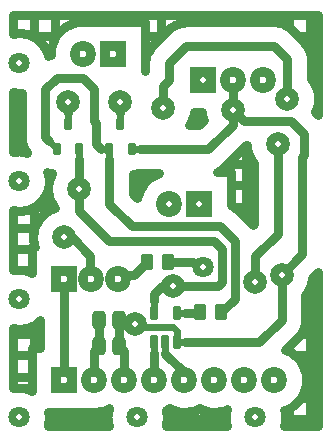
<source format=gbr>
G04 DipTrace 4.0.0.5*
G04 1 - Âåðõíèé.gbr*
%MOMM*%
G04 #@! TF.FileFunction,Copper,L1,Top*
G04 #@! TF.Part,Single*
%AMOUTLINE0*
4,1,28,
-0.155,0.505,
0.155,0.505,
0.19382,0.49989,
0.23,0.4849,
0.26107,0.46107,
0.2849,0.43,
0.29989,0.39382,
0.305,0.355,
0.305,-0.355,
0.29989,-0.39382,
0.2849,-0.43,
0.26107,-0.46107,
0.23,-0.4849,
0.19382,-0.49989,
0.155,-0.505,
-0.155,-0.505,
-0.19382,-0.49989,
-0.23,-0.4849,
-0.26107,-0.46107,
-0.2849,-0.43,
-0.29989,-0.39382,
-0.305,-0.355,
-0.305,0.355,
-0.29989,0.39382,
-0.2849,0.43,
-0.26107,0.46107,
-0.23,0.4849,
-0.19382,0.49989,
-0.155,0.505,
0*%
%AMOUTLINE3*
4,1,28,
0.155,-0.505,
-0.155,-0.505,
-0.19382,-0.49989,
-0.23,-0.4849,
-0.26107,-0.46107,
-0.2849,-0.43,
-0.29989,-0.39382,
-0.305,-0.355,
-0.305,0.355,
-0.29989,0.39382,
-0.2849,0.43,
-0.26107,0.46107,
-0.23,0.4849,
-0.19382,0.49989,
-0.155,0.505,
0.155,0.505,
0.19382,0.49989,
0.23,0.4849,
0.26107,0.46107,
0.2849,0.43,
0.29989,0.39382,
0.305,0.355,
0.305,-0.355,
0.29989,-0.39382,
0.2849,-0.43,
0.26107,-0.46107,
0.23,-0.4849,
0.19382,-0.49989,
0.155,-0.505,
0*%
%AMOUTLINE12*
4,1,28,
-0.24,0.71,
0.24,0.71,
0.3047,0.70148,
0.365,0.67651,
0.41678,0.63678,
0.45651,0.585,
0.48148,0.5247,
0.49,0.46,
0.49,-0.46,
0.48148,-0.5247,
0.45651,-0.585,
0.41678,-0.63678,
0.365,-0.67651,
0.3047,-0.70148,
0.24,-0.71,
-0.24,-0.71,
-0.3047,-0.70148,
-0.365,-0.67651,
-0.41678,-0.63678,
-0.45651,-0.585,
-0.48148,-0.5247,
-0.49,-0.46,
-0.49,0.46,
-0.48148,0.5247,
-0.45651,0.585,
-0.41678,0.63678,
-0.365,0.67651,
-0.3047,0.70148,
-0.24,0.71,
0*%
%AMOUTLINE15*
4,1,28,
0.24,-0.71,
-0.24,-0.71,
-0.3047,-0.70148,
-0.365,-0.67651,
-0.41678,-0.63678,
-0.45651,-0.585,
-0.48148,-0.5247,
-0.49,-0.46,
-0.49,0.46,
-0.48148,0.5247,
-0.45651,0.585,
-0.41678,0.63678,
-0.365,0.67651,
-0.3047,0.70148,
-0.24,0.71,
0.24,0.71,
0.3047,0.70148,
0.365,0.67651,
0.41678,0.63678,
0.45651,0.585,
0.48148,0.5247,
0.49,0.46,
0.49,-0.46,
0.48148,-0.5247,
0.45651,-0.585,
0.41678,-0.63678,
0.365,-0.67651,
0.3047,-0.70148,
0.24,-0.71,
0*%
%AMOUTLINE18*
4,1,28,
-0.155,0.58,
0.155,0.58,
0.19382,0.57489,
0.23,0.5599,
0.26107,0.53607,
0.2849,0.505,
0.29989,0.46882,
0.305,0.43,
0.305,-0.43,
0.29989,-0.46882,
0.2849,-0.505,
0.26107,-0.53607,
0.23,-0.5599,
0.19382,-0.57489,
0.155,-0.58,
-0.155,-0.58,
-0.19382,-0.57489,
-0.23,-0.5599,
-0.26107,-0.53607,
-0.2849,-0.505,
-0.29989,-0.46882,
-0.305,-0.43,
-0.305,0.43,
-0.29989,0.46882,
-0.2849,0.505,
-0.26107,0.53607,
-0.23,0.5599,
-0.19382,0.57489,
-0.155,0.58,
0*%
%AMOUTLINE21*
4,1,28,
0.155,-0.58,
-0.155,-0.58,
-0.19382,-0.57489,
-0.23,-0.5599,
-0.26107,-0.53607,
-0.2849,-0.505,
-0.29989,-0.46882,
-0.305,-0.43,
-0.305,0.43,
-0.29989,0.46882,
-0.2849,0.505,
-0.26107,0.53607,
-0.23,0.5599,
-0.19382,0.57489,
-0.155,0.58,
0.155,0.58,
0.19382,0.57489,
0.23,0.5599,
0.26107,0.53607,
0.2849,0.505,
0.29989,0.46882,
0.305,0.43,
0.305,-0.43,
0.29989,-0.46882,
0.2849,-0.505,
0.26107,-0.53607,
0.23,-0.5599,
0.19382,-0.57489,
0.155,-0.58,
0*%
%AMOUTLINE24*
4,1,28,
0.305,-0.735,
-0.305,-0.735,
-0.3697,-0.72648,
-0.43,-0.70151,
-0.48178,-0.66178,
-0.52151,-0.61,
-0.54648,-0.5497,
-0.555,-0.485,
-0.555,0.485,
-0.54648,0.5497,
-0.52151,0.61,
-0.48178,0.66178,
-0.43,0.70151,
-0.3697,0.72648,
-0.305,0.735,
0.305,0.735,
0.3697,0.72648,
0.43,0.70151,
0.48178,0.66178,
0.52151,0.61,
0.54648,0.5497,
0.555,0.485,
0.555,-0.485,
0.54648,-0.5497,
0.52151,-0.61,
0.48178,-0.66178,
0.43,-0.70151,
0.3697,-0.72648,
0.305,-0.735,
0*%
%AMOUTLINE27*
4,1,28,
-0.305,0.735,
0.305,0.735,
0.3697,0.72648,
0.43,0.70151,
0.48178,0.66178,
0.52151,0.61,
0.54648,0.5497,
0.555,0.485,
0.555,-0.485,
0.54648,-0.5497,
0.52151,-0.61,
0.48178,-0.66178,
0.43,-0.70151,
0.3697,-0.72648,
0.305,-0.735,
-0.305,-0.735,
-0.3697,-0.72648,
-0.43,-0.70151,
-0.48178,-0.66178,
-0.52151,-0.61,
-0.54648,-0.5497,
-0.555,-0.485,
-0.555,0.485,
-0.54648,0.5497,
-0.52151,0.61,
-0.48178,0.66178,
-0.43,0.70151,
-0.3697,0.72648,
-0.305,0.735,
0*%
%ADD15C,0.6*%
%ADD19C,0.48567*%
%ADD21C,0.5*%
G04 #@! TA.AperFunction,CopperBalancing*
%ADD13C,0.8*%
G04 #@! TA.AperFunction,Conductor*
%ADD14C,0.61*%
G04 #@! TA.AperFunction,ComponentPad*
%ADD16C,2.2*%
%ADD17R,2.2X2.2*%
G04 #@! TA.AperFunction,ViaPad*
%ADD18C,2.0*%
%ADD20C,1.8*%
%ADD31OUTLINE0*%
%ADD34OUTLINE3*%
%ADD43OUTLINE12*%
%ADD46OUTLINE15*%
%ADD49OUTLINE18*%
%ADD52OUTLINE21*%
%ADD55OUTLINE24*%
%ADD58OUTLINE27*%
%FSLAX35Y35*%
G04*
G71*
G90*
G75*
G01*
G04 Top*
%LPD*%
X2635000Y1317500D2*
D13*
Y1561250D1*
X2677000Y1603250D1*
Y1825500D2*
Y1603250D1*
X3264250Y2317627D2*
X3476373D1*
X3524000Y2270000D1*
X3555750D1*
X3222373Y3619373D2*
Y3809873D1*
X3270000Y3857500D1*
Y4000377D1*
X3412873Y4143250D1*
X4159000D1*
X4270123Y4032127D1*
Y3698750D1*
X3143250Y1885000D2*
D14*
Y1983000D1*
D13*
Y2048000D1*
X3206500Y2111250D1*
X3301750D1*
X3682750D1*
X3714500Y2143000D1*
Y2428750D1*
X3651000Y2492250D1*
X2762000D1*
X2507750Y2746500D1*
Y2936750D1*
Y3185250D1*
D14*
Y3275750D1*
X2508000Y2936750D2*
D13*
X2507750D1*
X3143000Y1317500D2*
Y1540750D1*
X3143250Y1541000D1*
D14*
Y1639000D1*
X2889000Y1317500D2*
D13*
Y1561250D1*
X2847000Y1603250D1*
Y1825500D2*
Y1603250D1*
X3333250Y1639000D2*
D15*
Y1730500D1*
X3301750Y1762000D1*
X3016000D1*
X2952500Y1825500D1*
X2847000D1*
X2984250Y1793750D2*
D13*
X2952500Y1825500D1*
X2847000D1*
X4222500Y2206500D2*
Y1825500D1*
X4032000Y1635000D1*
X3407750D1*
X3403750Y1639000D1*
D14*
X3333250D1*
X2610000Y2174750D2*
D13*
X2603250Y2181500D1*
Y2365250D1*
X2444500Y2524000D1*
X2381000D1*
X2952250Y3275750D2*
D14*
X3022750Y3270127D1*
D13*
X3603377D1*
X3809750Y3476500D1*
Y3857500D1*
X4222500Y2206500D2*
X4397127Y2381127D1*
Y3206627D1*
X4413000Y3222500D1*
Y3397123D1*
X4301873Y3508250D1*
X3905000D1*
X3809750Y3603500D1*
X2381000Y1317500D2*
Y2174750D1*
X3397000Y1317500D2*
Y1381000D1*
X3238250Y1539750D1*
Y1541000D1*
D14*
Y1639000D1*
X2412750Y3486750D2*
Y3577250D1*
D13*
Y3667000D1*
X2857250Y3486750D2*
D14*
Y3577250D1*
D13*
Y3667000D1*
X2762250Y3275750D2*
D14*
Y3185250D1*
D13*
Y2809500D1*
X2952500Y2619250D1*
X3698627D1*
X3825627Y2492250D1*
Y2005877D1*
X3708750Y1889000D1*
X2762250Y3275750D2*
D14*
X2691750D1*
D13*
X2649750Y3317750D1*
Y3493500D1*
X2635000Y3508250D1*
Y3778123D1*
X2539750Y3873373D1*
X2317500D1*
X2222250Y3778123D1*
Y3371250D1*
X2253757Y3339743D1*
D14*
X2317750Y3275750D1*
X3529750Y1889000D2*
D13*
X3525750Y1885000D1*
X3403750D1*
D14*
X3333250D1*
X2839000Y2174750D2*
D13*
X2870750Y2206500D1*
X2974127D1*
X3085250Y2317627D1*
X4190750Y3317750D2*
Y2555750D1*
X4000250Y2365250D1*
Y2143000D1*
D18*
X4190750Y3317750D3*
X3301750Y2111250D3*
D20*
X3555750Y2270000D3*
D18*
X4222500Y2206500D3*
X4000250Y2143000D3*
X4270123Y3698750D3*
X2381000Y2524000D3*
X2508000Y2936750D3*
X2412750Y3667000D3*
X2857250D3*
X3809750Y3603500D3*
X3222373Y3619373D3*
X2984250Y1793750D3*
D20*
X2000000Y1000000D3*
X3000000D3*
X2000000Y2000000D3*
Y3000000D3*
X4000000Y1000000D3*
X2000000Y4000000D3*
X2120594Y4225000D2*
D13*
X2302244D1*
X3073342D2*
X3201535D1*
X4370347D2*
X4524015D1*
X4479312Y4045000D2*
X4524015D1*
X4480087Y3865000D2*
X4524015D1*
X1953023Y3685000D2*
X2012628D1*
X1953023Y3505000D2*
X2012628D1*
X3465633D2*
X3545154D1*
X1953023Y3325000D2*
X2018006D1*
X3771337Y3145000D2*
X3981150D1*
X2971851Y2965000D2*
X3039158D1*
X3803602D2*
X3981150D1*
X2138687Y2785000D2*
X2286932D1*
X3821376D2*
X3981150D1*
X1953023Y2605000D2*
X2124236D1*
X1953023Y2425000D2*
X2101404D1*
X2065269Y2245000D2*
X2101404D1*
X4450510Y2065000D2*
X4524015D1*
X4432098Y1885000D2*
X4524015D1*
X1953023Y1705000D2*
X2171404D1*
X4392131D2*
X4524015D1*
X1953023Y1525000D2*
X2101404D1*
X4342229D2*
X4524015D1*
X1953023Y1345000D2*
X2101404D1*
X4437202D2*
X4524015D1*
X4391766Y1165000D2*
X4524015D1*
X2259136Y985000D2*
X2740838D1*
X3259143D2*
X3740844D1*
X4259149D2*
X4524015D1*
X2125000Y4396977D2*
Y4226356D1*
Y2773670D2*
Y2585822D1*
Y1773663D2*
Y1597118D1*
X2305000Y4396977D2*
Y4224351D1*
Y1037889D2*
Y936994D1*
X2485000Y4396977D2*
Y4353778D1*
Y1037889D2*
Y936994D1*
X2665000Y4396977D2*
Y4359338D1*
Y1039575D2*
Y936994D1*
X2845000Y4396977D2*
Y4359338D1*
X3025000Y4396977D2*
Y4359338D1*
Y3060506D2*
Y2934956D1*
X3205000Y4396977D2*
Y4228498D1*
X3385000Y4396977D2*
Y4350907D1*
Y1038162D2*
Y936994D1*
X3565000Y4396977D2*
Y4352867D1*
Y1051880D2*
Y936994D1*
X3745000Y4396977D2*
Y4352867D1*
Y3118657D2*
Y3089357D1*
Y1054705D2*
Y936994D1*
X3925000Y4396977D2*
Y4352867D1*
Y3298624D2*
Y2685992D1*
X4105000Y4396977D2*
Y4352867D1*
X4285000Y4396977D2*
Y4308615D1*
Y1594881D2*
Y1566083D1*
Y1068878D2*
Y936994D1*
X4465000Y4396977D2*
Y4091779D1*
Y2100376D2*
Y936994D1*
X3008864Y3068504D2*
X2985857Y3064581D1*
X2967750Y3063650D1*
X2963860D1*
X2963850Y2892999D1*
X3002138Y2854718D1*
X3007255Y2878535D1*
X3014140Y2900867D1*
X3022920Y2922525D1*
X3033530Y2943348D1*
X3045890Y2963181D1*
X3059909Y2981879D1*
X3075484Y2999302D1*
X3092499Y3015322D1*
X3110828Y3029820D1*
X3130335Y3042688D1*
X3150877Y3053832D1*
X3172300Y3063169D1*
X3188197Y3068524D1*
X3022750Y3068527D1*
X3011587Y3069173D1*
X3008864Y3068504D1*
X2276436Y3065548D2*
X2253602Y3070484D1*
X2276436Y3065548D1*
X3548740Y3585900D2*
X3481839D1*
X3479796Y3572808D1*
X3474585Y3549921D1*
X3467344Y3527592D1*
X3458131Y3506003D1*
X3447019Y3485326D1*
X3438048Y3471719D1*
X3519883Y3471727D1*
X3563458Y3515314D1*
X3557617Y3533762D1*
X3552380Y3556644D1*
X3549216Y3579903D1*
X3548808Y3585893D1*
X2253639Y4064590D2*
X2243840Y4061016D1*
X2242019Y4068771D1*
X2234641Y4090809D1*
X2225261Y4112071D1*
X2213960Y4132378D1*
X2200833Y4151555D1*
X2185992Y4169439D1*
X2169565Y4185877D1*
X2151691Y4200730D1*
X2132523Y4213870D1*
X2112224Y4225185D1*
X2090968Y4234579D1*
X2068936Y4241972D1*
X2046315Y4247300D1*
X2023300Y4250519D1*
X2000086Y4251600D1*
X1976870Y4250535D1*
X1953853Y4247332D1*
X1945000Y4245493D1*
X1945002Y4405000D1*
X4532000Y4404989D1*
X4531999Y3563230D1*
X4507060Y3588141D1*
X4515094Y3606969D1*
X4522335Y3629297D1*
X4527546Y3652185D1*
X4530683Y3675448D1*
X4531723Y3698750D1*
X4531708Y3701559D1*
X4530403Y3724996D1*
X4527003Y3748221D1*
X4521534Y3771049D1*
X4514041Y3793294D1*
X4504585Y3814778D1*
X4493240Y3835328D1*
X4480099Y3854778D1*
X4471713Y3865065D1*
X4471723Y4032127D1*
X4471696Y4035472D1*
X4469961Y4058728D1*
X4465552Y4081628D1*
X4458528Y4103865D1*
X4448983Y4125142D1*
X4437044Y4145175D1*
X4422857Y4163712D1*
X4412604Y4174751D1*
X4299168Y4288149D1*
X4281497Y4303366D1*
X4262186Y4316441D1*
X4241496Y4327199D1*
X4219701Y4335495D1*
X4197094Y4341218D1*
X4173954Y4344293D1*
X4158933Y4344850D1*
X3409528Y4344822D1*
X3386272Y4343087D1*
X3363373Y4338678D1*
X3341135Y4331654D1*
X3319858Y4322109D1*
X3299825Y4310171D1*
X3281288Y4295983D1*
X3270257Y4285739D1*
X3125101Y4140544D1*
X3109884Y4122873D1*
X3096809Y4103563D1*
X3086051Y4082872D1*
X3077755Y4061078D1*
X3072032Y4038471D1*
X3068957Y4015331D1*
X3068400Y4000295D1*
Y3939988D1*
X3065350Y3936294D1*
Y4351350D1*
X2522150D1*
X2522144Y4350773D1*
X2510260Y4349744D1*
X2487160Y4346210D1*
X2464448Y4340702D1*
X2442294Y4333263D1*
X2420862Y4323947D1*
X2400309Y4312823D1*
X2380790Y4299973D1*
X2362447Y4285493D1*
X2345416Y4269489D1*
X2329825Y4252081D1*
X2315788Y4233397D1*
X2303408Y4213575D1*
X2292779Y4192763D1*
X2283978Y4171114D1*
X2277071Y4148788D1*
X2272108Y4125951D1*
X2269128Y4102773D1*
X2268150Y4079423D1*
X2268613Y4068958D1*
X2253639Y4064590D1*
X2131443Y2446350D2*
X2128867Y2454262D1*
X2123630Y2477144D1*
X2120466Y2500403D1*
X2119400Y2523852D1*
X2120440Y2547302D1*
X2123578Y2570565D1*
X2128788Y2593453D1*
X2136029Y2615781D1*
X2145242Y2637371D1*
X2156354Y2658048D1*
X2169274Y2677645D1*
X2183899Y2696005D1*
X2200111Y2712981D1*
X2217780Y2728435D1*
X2236762Y2742243D1*
X2256906Y2754294D1*
X2278049Y2764490D1*
X2300021Y2772751D1*
X2303445Y2773698D1*
X2296448Y2782866D1*
X2283506Y2802449D1*
X2272371Y2823113D1*
X2263133Y2844692D1*
X2255867Y2867012D1*
X2250630Y2889894D1*
X2248797Y2901415D1*
X2247480Y2913006D1*
X2246680Y2924644D1*
X2246400Y2936307D1*
X2246641Y2947970D1*
X2246866Y2951414D1*
X2241972Y2931064D1*
X2238516Y2919922D1*
X2234548Y2908952D1*
X2230076Y2898178D1*
X2225109Y2887623D1*
X2213779Y2867332D1*
X2200626Y2848172D1*
X2185762Y2830309D1*
X2169312Y2813893D1*
X2151418Y2799064D1*
X2132232Y2785950D1*
X2111918Y2774663D1*
X2090649Y2765297D1*
X2068607Y2757935D1*
X2045979Y2752637D1*
X2022959Y2749450D1*
X1999743Y2748400D1*
X1976530Y2749497D1*
X1953516Y2752731D1*
X1945013Y2754740D1*
X1945000Y2245526D1*
X1953853Y2247332D1*
X1976870Y2250535D1*
X2000086Y2251600D1*
X2023300Y2250519D1*
X2046315Y2247300D1*
X2068936Y2241972D1*
X2090968Y2234579D1*
X2109380Y2226442D1*
X2109400Y2369816D1*
Y2446350D1*
X2131207D1*
X2280251Y3065033D2*
X2277043Y3059606D1*
X2271796Y3049187D1*
X2267018Y3038545D1*
X2262719Y3027700D1*
X2258908Y3016674D1*
X2255593Y3005490D1*
X2252779Y2994169D1*
X2250908Y2985096D1*
X2251600Y3000000D1*
X2251349Y3011235D1*
X2250558Y3022874D1*
X2249228Y3034464D1*
X2247363Y3045979D1*
X2242065Y3068607D1*
X2239930Y3075000D1*
X2652601Y1046467D2*
Y1045899D1*
X2247389D1*
X2250535Y1023130D1*
X2251600Y1000000D1*
X2250519Y976700D1*
X2247300Y953685D1*
X2241972Y931064D1*
X2241286Y929020D1*
X2488395Y929000D1*
X2758619D1*
X2757981Y931229D1*
X2752668Y953853D1*
X2749465Y976870D1*
X2748400Y1000086D1*
X2749481Y1023300D1*
X2752700Y1046315D1*
X2758028Y1068936D1*
X2760634Y1076703D1*
X2753634Y1073179D1*
X2732192Y1063885D1*
X2710030Y1056469D1*
X2687313Y1050986D1*
X2664208Y1047475D1*
X2652597Y1046471D1*
X3269727Y1077549D2*
X3261634Y1073179D1*
X3243018Y1065111D1*
X3247332Y1046147D1*
X3250535Y1023130D1*
X3251600Y1000000D1*
X3250519Y976700D1*
X3247300Y953685D1*
X3241972Y931064D1*
X3241286Y929020D1*
X3515061Y929000D1*
X3758626D1*
X3757981Y931229D1*
X3752668Y953853D1*
X3749465Y976870D1*
X3748400Y1000086D1*
X3749481Y1023300D1*
X3752700Y1046315D1*
X3757752Y1067765D1*
X3748192Y1063885D1*
X3726030Y1056469D1*
X3703313Y1050986D1*
X3680208Y1047475D1*
X3656887Y1045964D1*
X3633523Y1046463D1*
X3610288Y1048969D1*
X3587354Y1053462D1*
X3564892Y1059911D1*
X3543067Y1068267D1*
X3524074Y1077482D1*
X3515634Y1073179D1*
X3494192Y1063885D1*
X3472030Y1056469D1*
X3449313Y1050986D1*
X3426208Y1047475D1*
X3402887Y1045964D1*
X3379523Y1046463D1*
X3356288Y1048969D1*
X3333354Y1053462D1*
X3310892Y1059911D1*
X3289067Y1068267D1*
X3270074Y1077482D1*
X4424100Y1825577D2*
Y2040143D1*
X4434226Y2052855D1*
X4447146Y2072452D1*
X4458258Y2093129D1*
X4467471Y2114719D1*
X4474712Y2137047D1*
X4479922Y2159935D1*
X4482867Y2181766D1*
X4532000Y2230888D1*
X4531998Y929000D1*
X4241286Y929020D1*
X4241972Y931064D1*
X4247300Y953685D1*
X4250519Y976700D1*
X4251600Y1000000D1*
X4250535Y1023130D1*
X4247332Y1046147D1*
X4244353Y1059924D1*
X4256192Y1063885D1*
X4277634Y1073179D1*
X4298197Y1084282D1*
X4317731Y1097111D1*
X4336089Y1111573D1*
X4353136Y1127558D1*
X4368745Y1144950D1*
X4382802Y1163620D1*
X4395202Y1183428D1*
X4405853Y1204230D1*
X4414676Y1225870D1*
X4421607Y1248188D1*
X4426593Y1271020D1*
X4429598Y1294195D1*
X4430600Y1317544D1*
X4429591Y1340891D1*
X4426578Y1364066D1*
X4421585Y1386896D1*
X4414647Y1409212D1*
X4405817Y1430849D1*
X4395159Y1451647D1*
X4382753Y1471452D1*
X4368690Y1490117D1*
X4353075Y1507504D1*
X4336023Y1523484D1*
X4317660Y1537939D1*
X4298123Y1550763D1*
X4277555Y1561859D1*
X4256110Y1571146D1*
X4253967Y1571862D1*
X4367399Y1685333D1*
X4382617Y1703004D1*
X4395691Y1722314D1*
X4406449Y1743005D1*
X4414745Y1764800D1*
X4420469Y1787407D1*
X4423544Y1810546D1*
X4424100Y1825577D1*
X3688892Y3087564D2*
X3709423Y3098672D1*
X3728513Y3112065D1*
X3745929Y3127574D1*
X3925004Y3306650D1*
X3929649Y3306633D1*
X3930216Y3294153D1*
X3933380Y3270894D1*
X3938617Y3248012D1*
X3945883Y3225692D1*
X3955121Y3204113D1*
X3966256Y3183449D1*
X3979198Y3163866D1*
X3989150Y3151036D1*
X3989147Y2639252D1*
X3976192Y2626298D1*
X3968120Y2634862D1*
X3841179Y2761803D1*
X3835403Y2767354D1*
X3817385Y2782158D1*
X3797777Y2794783D1*
X3795600Y2795995D1*
Y3081350D1*
X3674109D1*
X3688892Y3087564D1*
X2179400Y1823611D2*
X2179378Y1589099D1*
X2109401D1*
X2109380Y1226442D1*
X2090968Y1234579D1*
X2068936Y1241972D1*
X2046315Y1247300D1*
X2023300Y1250519D1*
X2000086Y1251600D1*
X1976870Y1250535D1*
X1953853Y1247332D1*
X1944993Y1245251D1*
X1945003Y1754745D1*
X1953685Y1752700D1*
X1976700Y1749481D1*
X1999914Y1748400D1*
X2023130Y1749465D1*
X2046147Y1752668D1*
X2068771Y1757981D1*
X2090809Y1765359D1*
X2112071Y1774739D1*
X2132378Y1786040D1*
X2151555Y1799167D1*
X2169439Y1814008D1*
X2179408Y1823970D1*
X2020650Y3371316D2*
X2020658Y3749352D1*
X1999914Y3748400D1*
X1976700Y3749481D1*
X1953685Y3752700D1*
X1945003Y3754745D1*
X1944983Y3245247D1*
X1954021Y3247363D1*
X1977041Y3250550D1*
X2000257Y3251600D1*
X2023470Y3250503D1*
X2046484Y3247269D1*
X2067223Y3242369D1*
X2064188Y3246113D1*
X2050795Y3265204D1*
X2039695Y3285713D1*
X2031039Y3307367D1*
X2024941Y3329876D1*
X2021482Y3352962D1*
X2020650Y3371316D1*
D31*
X2762250Y3275750D3*
X2952250D3*
D34*
X2857250Y3486750D3*
D31*
X2317750Y3275750D3*
X2507750D3*
D34*
X2412750Y3486750D3*
D16*
X2539750Y4079750D3*
D17*
X2793750D3*
D16*
X3809750Y3857500D3*
D17*
X3555750D3*
D16*
X4063750D3*
D43*
X3529750Y1889000D3*
D46*
X3708750D3*
D49*
X3143250Y1639000D3*
X3238250D3*
X3333250D3*
D52*
Y1885000D3*
X3143250D3*
D16*
X3270000Y2809750D3*
D17*
X3524000D3*
X2381000Y2174750D3*
D16*
X2610000D3*
X2839000D3*
D46*
X3264250Y2317627D3*
D43*
X3085250D3*
D58*
X2677000Y1825500D3*
D55*
X2847000D3*
D58*
X2677000Y1603250D3*
D55*
X2847000D3*
D17*
X2381000Y1317500D3*
D16*
X2635000D3*
X2889000D3*
X3143000D3*
X3397000D3*
X3651000D3*
X3905000D3*
X4159000D3*
G04 Top Clear*
%LPC*%
D19*
X4190750Y3317750D3*
X3301750Y2111250D3*
X3555750Y2270000D3*
X4222500Y2206500D3*
X4000250Y2143000D3*
X4270123Y3698750D3*
D21*
X2381000Y2524000D3*
X2508000Y2936750D3*
D19*
X2412750Y3667000D3*
X2857250D3*
X3809750Y3603500D3*
X3222373Y3619373D3*
X2984250Y1793750D3*
X2000000Y1000000D3*
X3000000D3*
X2000000Y2000000D3*
Y3000000D3*
X4000000Y1000000D3*
X2000000Y4000000D3*
D15*
X2539750Y4079750D3*
X2793750D3*
X3809750Y3857500D3*
D21*
X3555750D3*
D15*
X4063750D3*
D21*
X3270000Y2809750D3*
X3524000D3*
D15*
X2381000Y2174750D3*
X2610000D3*
X2839000D3*
X2381000Y1317500D3*
X2635000D3*
X2889000D3*
X3143000D3*
X3397000D3*
X3651000D3*
X3905000D3*
X4159000D3*
M02*

</source>
